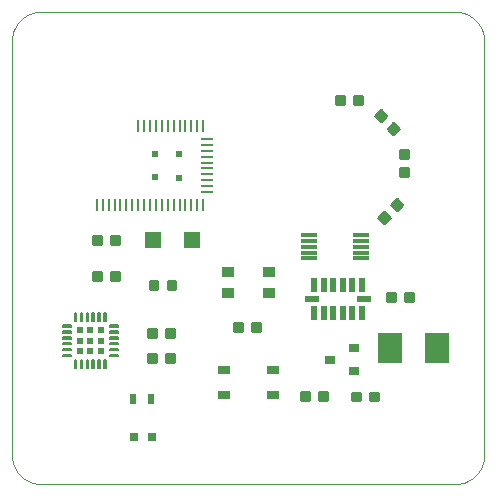
<source format=gtp>
G75*
%MOIN*%
%OFA0B0*%
%FSLAX25Y25*%
%IPPOS*%
%LPD*%
%AMOC8*
5,1,8,0,0,1.08239X$1,22.5*
%
%ADD10C,0.00000*%
%ADD11C,0.00875*%
%ADD12R,0.05500X0.05500*%
%ADD13R,0.03937X0.03346*%
%ADD14R,0.05709X0.01181*%
%ADD15C,0.02400*%
%ADD16R,0.01000X0.03937*%
%ADD17R,0.03937X0.01000*%
%ADD18R,0.02362X0.02362*%
%ADD19C,0.00551*%
%ADD20R,0.04134X0.02559*%
%ADD21R,0.03150X0.03150*%
%ADD22R,0.02362X0.03543*%
%ADD23R,0.07874X0.09843*%
%ADD24R,0.03543X0.03150*%
%ADD25R,0.01969X0.04724*%
%ADD26R,0.04724X0.01969*%
D10*
X0003000Y0011143D02*
X0003000Y0148938D01*
X0003003Y0149176D01*
X0003011Y0149414D01*
X0003026Y0149651D01*
X0003046Y0149888D01*
X0003072Y0150124D01*
X0003103Y0150360D01*
X0003140Y0150595D01*
X0003183Y0150829D01*
X0003232Y0151062D01*
X0003286Y0151294D01*
X0003346Y0151524D01*
X0003411Y0151753D01*
X0003482Y0151980D01*
X0003558Y0152205D01*
X0003640Y0152428D01*
X0003727Y0152650D01*
X0003819Y0152869D01*
X0003917Y0153086D01*
X0004019Y0153300D01*
X0004127Y0153512D01*
X0004241Y0153722D01*
X0004359Y0153928D01*
X0004482Y0154132D01*
X0004610Y0154332D01*
X0004742Y0154529D01*
X0004880Y0154724D01*
X0005022Y0154914D01*
X0005169Y0155102D01*
X0005320Y0155285D01*
X0005475Y0155465D01*
X0005635Y0155641D01*
X0005799Y0155813D01*
X0005968Y0155982D01*
X0006140Y0156146D01*
X0006316Y0156306D01*
X0006496Y0156461D01*
X0006679Y0156612D01*
X0006867Y0156759D01*
X0007057Y0156901D01*
X0007252Y0157039D01*
X0007449Y0157171D01*
X0007649Y0157299D01*
X0007853Y0157422D01*
X0008059Y0157540D01*
X0008269Y0157654D01*
X0008481Y0157762D01*
X0008695Y0157864D01*
X0008912Y0157962D01*
X0009131Y0158054D01*
X0009353Y0158141D01*
X0009576Y0158223D01*
X0009801Y0158299D01*
X0010028Y0158370D01*
X0010257Y0158435D01*
X0010487Y0158495D01*
X0010719Y0158549D01*
X0010952Y0158598D01*
X0011186Y0158641D01*
X0011421Y0158678D01*
X0011657Y0158709D01*
X0011893Y0158735D01*
X0012130Y0158755D01*
X0012367Y0158770D01*
X0012605Y0158778D01*
X0012843Y0158781D01*
X0012843Y0158780D02*
X0150638Y0158780D01*
X0150638Y0158781D02*
X0150876Y0158778D01*
X0151114Y0158770D01*
X0151351Y0158755D01*
X0151588Y0158735D01*
X0151824Y0158709D01*
X0152060Y0158678D01*
X0152295Y0158641D01*
X0152529Y0158598D01*
X0152762Y0158549D01*
X0152994Y0158495D01*
X0153224Y0158435D01*
X0153453Y0158370D01*
X0153680Y0158299D01*
X0153905Y0158223D01*
X0154128Y0158141D01*
X0154350Y0158054D01*
X0154569Y0157962D01*
X0154786Y0157864D01*
X0155000Y0157762D01*
X0155212Y0157654D01*
X0155422Y0157540D01*
X0155628Y0157422D01*
X0155832Y0157299D01*
X0156032Y0157171D01*
X0156229Y0157039D01*
X0156424Y0156901D01*
X0156614Y0156759D01*
X0156802Y0156612D01*
X0156985Y0156461D01*
X0157165Y0156306D01*
X0157341Y0156146D01*
X0157513Y0155982D01*
X0157682Y0155813D01*
X0157846Y0155641D01*
X0158006Y0155465D01*
X0158161Y0155285D01*
X0158312Y0155102D01*
X0158459Y0154914D01*
X0158601Y0154724D01*
X0158739Y0154529D01*
X0158871Y0154332D01*
X0158999Y0154132D01*
X0159122Y0153928D01*
X0159240Y0153722D01*
X0159354Y0153512D01*
X0159462Y0153300D01*
X0159564Y0153086D01*
X0159662Y0152869D01*
X0159754Y0152650D01*
X0159841Y0152428D01*
X0159923Y0152205D01*
X0159999Y0151980D01*
X0160070Y0151753D01*
X0160135Y0151524D01*
X0160195Y0151294D01*
X0160249Y0151062D01*
X0160298Y0150829D01*
X0160341Y0150595D01*
X0160378Y0150360D01*
X0160409Y0150124D01*
X0160435Y0149888D01*
X0160455Y0149651D01*
X0160470Y0149414D01*
X0160478Y0149176D01*
X0160481Y0148938D01*
X0160480Y0148938D02*
X0160480Y0011143D01*
X0160481Y0011143D02*
X0160478Y0010905D01*
X0160470Y0010667D01*
X0160455Y0010430D01*
X0160435Y0010193D01*
X0160409Y0009957D01*
X0160378Y0009721D01*
X0160341Y0009486D01*
X0160298Y0009252D01*
X0160249Y0009019D01*
X0160195Y0008787D01*
X0160135Y0008557D01*
X0160070Y0008328D01*
X0159999Y0008101D01*
X0159923Y0007876D01*
X0159841Y0007653D01*
X0159754Y0007431D01*
X0159662Y0007212D01*
X0159564Y0006995D01*
X0159462Y0006781D01*
X0159354Y0006569D01*
X0159240Y0006359D01*
X0159122Y0006153D01*
X0158999Y0005949D01*
X0158871Y0005749D01*
X0158739Y0005552D01*
X0158601Y0005357D01*
X0158459Y0005167D01*
X0158312Y0004979D01*
X0158161Y0004796D01*
X0158006Y0004616D01*
X0157846Y0004440D01*
X0157682Y0004268D01*
X0157513Y0004099D01*
X0157341Y0003935D01*
X0157165Y0003775D01*
X0156985Y0003620D01*
X0156802Y0003469D01*
X0156614Y0003322D01*
X0156424Y0003180D01*
X0156229Y0003042D01*
X0156032Y0002910D01*
X0155832Y0002782D01*
X0155628Y0002659D01*
X0155422Y0002541D01*
X0155212Y0002427D01*
X0155000Y0002319D01*
X0154786Y0002217D01*
X0154569Y0002119D01*
X0154350Y0002027D01*
X0154128Y0001940D01*
X0153905Y0001858D01*
X0153680Y0001782D01*
X0153453Y0001711D01*
X0153224Y0001646D01*
X0152994Y0001586D01*
X0152762Y0001532D01*
X0152529Y0001483D01*
X0152295Y0001440D01*
X0152060Y0001403D01*
X0151824Y0001372D01*
X0151588Y0001346D01*
X0151351Y0001326D01*
X0151114Y0001311D01*
X0150876Y0001303D01*
X0150638Y0001300D01*
X0012843Y0001300D01*
X0012605Y0001303D01*
X0012367Y0001311D01*
X0012130Y0001326D01*
X0011893Y0001346D01*
X0011657Y0001372D01*
X0011421Y0001403D01*
X0011186Y0001440D01*
X0010952Y0001483D01*
X0010719Y0001532D01*
X0010487Y0001586D01*
X0010257Y0001646D01*
X0010028Y0001711D01*
X0009801Y0001782D01*
X0009576Y0001858D01*
X0009353Y0001940D01*
X0009131Y0002027D01*
X0008912Y0002119D01*
X0008695Y0002217D01*
X0008481Y0002319D01*
X0008269Y0002427D01*
X0008059Y0002541D01*
X0007853Y0002659D01*
X0007649Y0002782D01*
X0007449Y0002910D01*
X0007252Y0003042D01*
X0007057Y0003180D01*
X0006867Y0003322D01*
X0006679Y0003469D01*
X0006496Y0003620D01*
X0006316Y0003775D01*
X0006140Y0003935D01*
X0005968Y0004099D01*
X0005799Y0004268D01*
X0005635Y0004440D01*
X0005475Y0004616D01*
X0005320Y0004796D01*
X0005169Y0004979D01*
X0005022Y0005167D01*
X0004880Y0005357D01*
X0004742Y0005552D01*
X0004610Y0005749D01*
X0004482Y0005949D01*
X0004359Y0006153D01*
X0004241Y0006359D01*
X0004127Y0006569D01*
X0004019Y0006781D01*
X0003917Y0006995D01*
X0003819Y0007212D01*
X0003727Y0007431D01*
X0003640Y0007653D01*
X0003558Y0007876D01*
X0003482Y0008101D01*
X0003411Y0008328D01*
X0003346Y0008557D01*
X0003286Y0008787D01*
X0003232Y0009019D01*
X0003183Y0009252D01*
X0003140Y0009486D01*
X0003103Y0009721D01*
X0003072Y0009957D01*
X0003046Y0010193D01*
X0003026Y0010430D01*
X0003011Y0010667D01*
X0003003Y0010905D01*
X0003000Y0011143D01*
D11*
X0048300Y0042113D02*
X0050926Y0042113D01*
X0048300Y0042113D02*
X0048300Y0044739D01*
X0050926Y0044739D01*
X0050926Y0042113D01*
X0050926Y0042987D02*
X0048300Y0042987D01*
X0048300Y0043861D02*
X0050926Y0043861D01*
X0050926Y0044735D02*
X0048300Y0044735D01*
X0048540Y0052967D02*
X0051166Y0052967D01*
X0051166Y0050341D01*
X0048540Y0050341D01*
X0048540Y0052967D01*
X0048540Y0051215D02*
X0051166Y0051215D01*
X0051166Y0052089D02*
X0048540Y0052089D01*
X0048540Y0052963D02*
X0051166Y0052963D01*
X0054540Y0052967D02*
X0057166Y0052967D01*
X0057166Y0050341D01*
X0054540Y0050341D01*
X0054540Y0052967D01*
X0054540Y0051215D02*
X0057166Y0051215D01*
X0057166Y0052089D02*
X0054540Y0052089D01*
X0054540Y0052963D02*
X0057166Y0052963D01*
X0056926Y0042113D02*
X0054300Y0042113D01*
X0054300Y0044739D01*
X0056926Y0044739D01*
X0056926Y0042113D01*
X0056926Y0042987D02*
X0054300Y0042987D01*
X0054300Y0043861D02*
X0056926Y0043861D01*
X0056926Y0044735D02*
X0054300Y0044735D01*
X0054923Y0066365D02*
X0057549Y0066365D01*
X0054923Y0066365D02*
X0054923Y0068991D01*
X0057549Y0068991D01*
X0057549Y0066365D01*
X0057549Y0067239D02*
X0054923Y0067239D01*
X0054923Y0068113D02*
X0057549Y0068113D01*
X0057549Y0068987D02*
X0054923Y0068987D01*
X0051549Y0066365D02*
X0048923Y0066365D01*
X0048923Y0068991D01*
X0051549Y0068991D01*
X0051549Y0066365D01*
X0051549Y0067239D02*
X0048923Y0067239D01*
X0048923Y0068113D02*
X0051549Y0068113D01*
X0051549Y0068987D02*
X0048923Y0068987D01*
X0038848Y0069436D02*
X0036222Y0069436D01*
X0036222Y0072062D01*
X0038848Y0072062D01*
X0038848Y0069436D01*
X0038848Y0070310D02*
X0036222Y0070310D01*
X0036222Y0071184D02*
X0038848Y0071184D01*
X0038848Y0072058D02*
X0036222Y0072058D01*
X0032848Y0069436D02*
X0030222Y0069436D01*
X0030222Y0072062D01*
X0032848Y0072062D01*
X0032848Y0069436D01*
X0032848Y0070310D02*
X0030222Y0070310D01*
X0030222Y0071184D02*
X0032848Y0071184D01*
X0032848Y0072058D02*
X0030222Y0072058D01*
X0029947Y0083952D02*
X0032573Y0083952D01*
X0032573Y0081326D01*
X0029947Y0081326D01*
X0029947Y0083952D01*
X0029947Y0082200D02*
X0032573Y0082200D01*
X0032573Y0083074D02*
X0029947Y0083074D01*
X0029947Y0083948D02*
X0032573Y0083948D01*
X0035947Y0083952D02*
X0038573Y0083952D01*
X0038573Y0081326D01*
X0035947Y0081326D01*
X0035947Y0083952D01*
X0035947Y0082200D02*
X0038573Y0082200D01*
X0038573Y0083074D02*
X0035947Y0083074D01*
X0035947Y0083948D02*
X0038573Y0083948D01*
X0077068Y0055029D02*
X0079694Y0055029D01*
X0079694Y0052403D01*
X0077068Y0052403D01*
X0077068Y0055029D01*
X0077068Y0053277D02*
X0079694Y0053277D01*
X0079694Y0054151D02*
X0077068Y0054151D01*
X0077068Y0055025D02*
X0079694Y0055025D01*
X0083068Y0055029D02*
X0085694Y0055029D01*
X0085694Y0052403D01*
X0083068Y0052403D01*
X0083068Y0055029D01*
X0083068Y0053277D02*
X0085694Y0053277D01*
X0085694Y0054151D02*
X0083068Y0054151D01*
X0083068Y0055025D02*
X0085694Y0055025D01*
X0099474Y0032062D02*
X0102100Y0032062D01*
X0102100Y0029436D01*
X0099474Y0029436D01*
X0099474Y0032062D01*
X0099474Y0030310D02*
X0102100Y0030310D01*
X0102100Y0031184D02*
X0099474Y0031184D01*
X0099474Y0032058D02*
X0102100Y0032058D01*
X0105474Y0032062D02*
X0108100Y0032062D01*
X0108100Y0029436D01*
X0105474Y0029436D01*
X0105474Y0032062D01*
X0105474Y0030310D02*
X0108100Y0030310D01*
X0108100Y0031184D02*
X0105474Y0031184D01*
X0105474Y0032058D02*
X0108100Y0032058D01*
X0116522Y0029200D02*
X0119148Y0029200D01*
X0116522Y0029200D02*
X0116522Y0031826D01*
X0119148Y0031826D01*
X0119148Y0029200D01*
X0119148Y0030074D02*
X0116522Y0030074D01*
X0116522Y0030948D02*
X0119148Y0030948D01*
X0119148Y0031822D02*
X0116522Y0031822D01*
X0122522Y0029200D02*
X0125148Y0029200D01*
X0122522Y0029200D02*
X0122522Y0031826D01*
X0125148Y0031826D01*
X0125148Y0029200D01*
X0125148Y0030074D02*
X0122522Y0030074D01*
X0122522Y0030948D02*
X0125148Y0030948D01*
X0125148Y0031822D02*
X0122522Y0031822D01*
X0127939Y0062310D02*
X0130565Y0062310D01*
X0127939Y0062310D02*
X0127939Y0064936D01*
X0130565Y0064936D01*
X0130565Y0062310D01*
X0130565Y0063184D02*
X0127939Y0063184D01*
X0127939Y0064058D02*
X0130565Y0064058D01*
X0130565Y0064932D02*
X0127939Y0064932D01*
X0133939Y0062310D02*
X0136565Y0062310D01*
X0133939Y0062310D02*
X0133939Y0064936D01*
X0136565Y0064936D01*
X0136565Y0062310D01*
X0136565Y0063184D02*
X0133939Y0063184D01*
X0133939Y0064058D02*
X0136565Y0064058D01*
X0136565Y0064932D02*
X0133939Y0064932D01*
X0125196Y0090181D02*
X0127052Y0092037D01*
X0128908Y0090181D01*
X0127052Y0088325D01*
X0125196Y0090181D01*
X0126178Y0089199D02*
X0127926Y0089199D01*
X0128800Y0090073D02*
X0125304Y0090073D01*
X0125962Y0090947D02*
X0128142Y0090947D01*
X0127268Y0091821D02*
X0126836Y0091821D01*
X0129439Y0094424D02*
X0131295Y0096280D01*
X0133151Y0094424D01*
X0131295Y0092568D01*
X0129439Y0094424D01*
X0130421Y0093442D02*
X0132169Y0093442D01*
X0133043Y0094316D02*
X0129547Y0094316D01*
X0130205Y0095190D02*
X0132385Y0095190D01*
X0131511Y0096064D02*
X0131079Y0096064D01*
X0132514Y0104192D02*
X0132514Y0106818D01*
X0135140Y0106818D01*
X0135140Y0104192D01*
X0132514Y0104192D01*
X0132514Y0105066D02*
X0135140Y0105066D01*
X0135140Y0105940D02*
X0132514Y0105940D01*
X0132514Y0106814D02*
X0135140Y0106814D01*
X0132514Y0110192D02*
X0132514Y0112818D01*
X0135140Y0112818D01*
X0135140Y0110192D01*
X0132514Y0110192D01*
X0132514Y0111066D02*
X0135140Y0111066D01*
X0135140Y0111940D02*
X0132514Y0111940D01*
X0132514Y0112814D02*
X0135140Y0112814D01*
X0130208Y0117951D02*
X0128352Y0119807D01*
X0130208Y0121663D01*
X0132064Y0119807D01*
X0130208Y0117951D01*
X0131082Y0118825D02*
X0129334Y0118825D01*
X0128460Y0119699D02*
X0131956Y0119699D01*
X0131298Y0120573D02*
X0129118Y0120573D01*
X0129992Y0121447D02*
X0130424Y0121447D01*
X0125965Y0122194D02*
X0124109Y0124050D01*
X0125965Y0125906D01*
X0127821Y0124050D01*
X0125965Y0122194D01*
X0126839Y0123068D02*
X0125091Y0123068D01*
X0124217Y0123942D02*
X0127713Y0123942D01*
X0127055Y0124816D02*
X0124875Y0124816D01*
X0125749Y0125690D02*
X0126181Y0125690D01*
X0119849Y0128002D02*
X0117223Y0128002D01*
X0117223Y0130628D01*
X0119849Y0130628D01*
X0119849Y0128002D01*
X0119849Y0128876D02*
X0117223Y0128876D01*
X0117223Y0129750D02*
X0119849Y0129750D01*
X0119849Y0130624D02*
X0117223Y0130624D01*
X0113849Y0128002D02*
X0111223Y0128002D01*
X0111223Y0130628D01*
X0113849Y0130628D01*
X0113849Y0128002D01*
X0113849Y0128876D02*
X0111223Y0128876D01*
X0111223Y0129750D02*
X0113849Y0129750D01*
X0113849Y0130624D02*
X0111223Y0130624D01*
D12*
X0063201Y0082678D03*
X0050201Y0082678D03*
D13*
X0075031Y0071915D03*
X0075031Y0065025D03*
X0088810Y0065025D03*
X0088810Y0071915D03*
D14*
X0102034Y0076556D03*
X0102034Y0078524D03*
X0102034Y0080493D03*
X0102034Y0082461D03*
X0102034Y0084430D03*
X0119357Y0084430D03*
X0119357Y0082461D03*
X0119357Y0080493D03*
X0119357Y0078524D03*
X0119357Y0076556D03*
D15*
X0058746Y0103509D03*
X0058846Y0111509D03*
X0050846Y0111409D03*
X0050846Y0103709D03*
D16*
X0051031Y0094509D03*
X0049063Y0094509D03*
X0047094Y0094509D03*
X0045126Y0094509D03*
X0043157Y0094509D03*
X0041189Y0094509D03*
X0039220Y0094509D03*
X0037252Y0094509D03*
X0035283Y0094509D03*
X0033315Y0094509D03*
X0031346Y0094509D03*
X0053000Y0094509D03*
X0054969Y0094509D03*
X0056937Y0094509D03*
X0058906Y0094509D03*
X0060874Y0094509D03*
X0062843Y0094509D03*
X0064811Y0094509D03*
X0066780Y0094509D03*
X0066780Y0120532D03*
X0064811Y0120532D03*
X0062843Y0120532D03*
X0060874Y0120532D03*
X0058906Y0120532D03*
X0056937Y0120532D03*
X0054969Y0120532D03*
X0053000Y0120532D03*
X0051031Y0120532D03*
X0049063Y0120532D03*
X0047094Y0120532D03*
X0045126Y0120532D03*
D17*
X0067921Y0116379D03*
X0067921Y0114410D03*
X0067921Y0112442D03*
X0067921Y0110473D03*
X0067921Y0108505D03*
X0067921Y0106536D03*
X0067921Y0104568D03*
X0067921Y0102599D03*
X0067921Y0100631D03*
X0067921Y0098662D03*
D18*
X0032702Y0052670D03*
X0032702Y0049127D03*
X0032702Y0045583D03*
X0029158Y0045583D03*
X0029158Y0049127D03*
X0029158Y0052670D03*
X0025615Y0052670D03*
X0025615Y0049127D03*
X0025615Y0045583D03*
D19*
X0022584Y0046450D02*
X0019984Y0046450D01*
X0022584Y0046450D02*
X0022584Y0045898D01*
X0019984Y0045898D01*
X0019984Y0046450D01*
X0019984Y0046448D02*
X0022584Y0046448D01*
X0022584Y0048419D02*
X0019984Y0048419D01*
X0022584Y0048419D02*
X0022584Y0047867D01*
X0019984Y0047867D01*
X0019984Y0048419D01*
X0019984Y0048417D02*
X0022584Y0048417D01*
X0022584Y0050387D02*
X0019984Y0050387D01*
X0022584Y0050387D02*
X0022584Y0049835D01*
X0019984Y0049835D01*
X0019984Y0050387D01*
X0019984Y0050385D02*
X0022584Y0050385D01*
X0022584Y0052356D02*
X0019984Y0052356D01*
X0022584Y0052356D02*
X0022584Y0051804D01*
X0019984Y0051804D01*
X0019984Y0052356D01*
X0019984Y0052354D02*
X0022584Y0052354D01*
X0022584Y0054324D02*
X0019984Y0054324D01*
X0022584Y0054324D02*
X0022584Y0053772D01*
X0019984Y0053772D01*
X0019984Y0054324D01*
X0019984Y0054322D02*
X0022584Y0054322D01*
X0023961Y0055701D02*
X0023961Y0058301D01*
X0024513Y0058301D01*
X0024513Y0055701D01*
X0023961Y0055701D01*
X0023961Y0056251D02*
X0024513Y0056251D01*
X0024513Y0056801D02*
X0023961Y0056801D01*
X0023961Y0057351D02*
X0024513Y0057351D01*
X0024513Y0057901D02*
X0023961Y0057901D01*
X0025930Y0058301D02*
X0025930Y0055701D01*
X0025930Y0058301D02*
X0026482Y0058301D01*
X0026482Y0055701D01*
X0025930Y0055701D01*
X0025930Y0056251D02*
X0026482Y0056251D01*
X0026482Y0056801D02*
X0025930Y0056801D01*
X0025930Y0057351D02*
X0026482Y0057351D01*
X0026482Y0057901D02*
X0025930Y0057901D01*
X0027898Y0058301D02*
X0027898Y0055701D01*
X0027898Y0058301D02*
X0028450Y0058301D01*
X0028450Y0055701D01*
X0027898Y0055701D01*
X0027898Y0056251D02*
X0028450Y0056251D01*
X0028450Y0056801D02*
X0027898Y0056801D01*
X0027898Y0057351D02*
X0028450Y0057351D01*
X0028450Y0057901D02*
X0027898Y0057901D01*
X0029867Y0058301D02*
X0029867Y0055701D01*
X0029867Y0058301D02*
X0030419Y0058301D01*
X0030419Y0055701D01*
X0029867Y0055701D01*
X0029867Y0056251D02*
X0030419Y0056251D01*
X0030419Y0056801D02*
X0029867Y0056801D01*
X0029867Y0057351D02*
X0030419Y0057351D01*
X0030419Y0057901D02*
X0029867Y0057901D01*
X0031835Y0058301D02*
X0031835Y0055701D01*
X0031835Y0058301D02*
X0032387Y0058301D01*
X0032387Y0055701D01*
X0031835Y0055701D01*
X0031835Y0056251D02*
X0032387Y0056251D01*
X0032387Y0056801D02*
X0031835Y0056801D01*
X0031835Y0057351D02*
X0032387Y0057351D01*
X0032387Y0057901D02*
X0031835Y0057901D01*
X0033804Y0058301D02*
X0033804Y0055701D01*
X0033804Y0058301D02*
X0034356Y0058301D01*
X0034356Y0055701D01*
X0033804Y0055701D01*
X0033804Y0056251D02*
X0034356Y0056251D01*
X0034356Y0056801D02*
X0033804Y0056801D01*
X0033804Y0057351D02*
X0034356Y0057351D01*
X0034356Y0057901D02*
X0033804Y0057901D01*
X0035732Y0053772D02*
X0038332Y0053772D01*
X0035732Y0053772D02*
X0035732Y0054324D01*
X0038332Y0054324D01*
X0038332Y0053772D01*
X0038332Y0054322D02*
X0035732Y0054322D01*
X0035732Y0051804D02*
X0038332Y0051804D01*
X0035732Y0051804D02*
X0035732Y0052356D01*
X0038332Y0052356D01*
X0038332Y0051804D01*
X0038332Y0052354D02*
X0035732Y0052354D01*
X0035732Y0049835D02*
X0038332Y0049835D01*
X0035732Y0049835D02*
X0035732Y0050387D01*
X0038332Y0050387D01*
X0038332Y0049835D01*
X0038332Y0050385D02*
X0035732Y0050385D01*
X0035732Y0047867D02*
X0038332Y0047867D01*
X0035732Y0047867D02*
X0035732Y0048419D01*
X0038332Y0048419D01*
X0038332Y0047867D01*
X0038332Y0048417D02*
X0035732Y0048417D01*
X0035732Y0045898D02*
X0038332Y0045898D01*
X0035732Y0045898D02*
X0035732Y0046450D01*
X0038332Y0046450D01*
X0038332Y0045898D01*
X0038332Y0046448D02*
X0035732Y0046448D01*
X0035732Y0043930D02*
X0038332Y0043930D01*
X0035732Y0043930D02*
X0035732Y0044482D01*
X0038332Y0044482D01*
X0038332Y0043930D01*
X0038332Y0044480D02*
X0035732Y0044480D01*
X0034356Y0042553D02*
X0034356Y0039953D01*
X0033804Y0039953D01*
X0033804Y0042553D01*
X0034356Y0042553D01*
X0034356Y0040503D02*
X0033804Y0040503D01*
X0033804Y0041053D02*
X0034356Y0041053D01*
X0034356Y0041603D02*
X0033804Y0041603D01*
X0033804Y0042153D02*
X0034356Y0042153D01*
X0032387Y0042553D02*
X0032387Y0039953D01*
X0031835Y0039953D01*
X0031835Y0042553D01*
X0032387Y0042553D01*
X0032387Y0040503D02*
X0031835Y0040503D01*
X0031835Y0041053D02*
X0032387Y0041053D01*
X0032387Y0041603D02*
X0031835Y0041603D01*
X0031835Y0042153D02*
X0032387Y0042153D01*
X0030419Y0042553D02*
X0030419Y0039953D01*
X0029867Y0039953D01*
X0029867Y0042553D01*
X0030419Y0042553D01*
X0030419Y0040503D02*
X0029867Y0040503D01*
X0029867Y0041053D02*
X0030419Y0041053D01*
X0030419Y0041603D02*
X0029867Y0041603D01*
X0029867Y0042153D02*
X0030419Y0042153D01*
X0028450Y0042553D02*
X0028450Y0039953D01*
X0027898Y0039953D01*
X0027898Y0042553D01*
X0028450Y0042553D01*
X0028450Y0040503D02*
X0027898Y0040503D01*
X0027898Y0041053D02*
X0028450Y0041053D01*
X0028450Y0041603D02*
X0027898Y0041603D01*
X0027898Y0042153D02*
X0028450Y0042153D01*
X0026482Y0042553D02*
X0026482Y0039953D01*
X0025930Y0039953D01*
X0025930Y0042553D01*
X0026482Y0042553D01*
X0026482Y0040503D02*
X0025930Y0040503D01*
X0025930Y0041053D02*
X0026482Y0041053D01*
X0026482Y0041603D02*
X0025930Y0041603D01*
X0025930Y0042153D02*
X0026482Y0042153D01*
X0024513Y0042553D02*
X0024513Y0039953D01*
X0023961Y0039953D01*
X0023961Y0042553D01*
X0024513Y0042553D01*
X0024513Y0040503D02*
X0023961Y0040503D01*
X0023961Y0041053D02*
X0024513Y0041053D01*
X0024513Y0041603D02*
X0023961Y0041603D01*
X0023961Y0042153D02*
X0024513Y0042153D01*
X0022584Y0044482D02*
X0019984Y0044482D01*
X0022584Y0044482D02*
X0022584Y0043930D01*
X0019984Y0043930D01*
X0019984Y0044482D01*
X0019984Y0044480D02*
X0022584Y0044480D01*
D20*
X0073571Y0039391D03*
X0073571Y0030926D03*
X0089909Y0030926D03*
X0089909Y0039391D03*
D21*
X0049654Y0017048D03*
X0043748Y0017048D03*
D22*
X0043354Y0029646D03*
X0049260Y0029646D03*
D23*
X0129114Y0046820D03*
X0144862Y0046820D03*
D24*
X0117094Y0046536D03*
X0117094Y0039056D03*
X0109220Y0042796D03*
D25*
X0110173Y0058410D03*
X0107024Y0058410D03*
X0103874Y0058410D03*
X0103874Y0067859D03*
X0107024Y0067859D03*
X0110173Y0067859D03*
X0113323Y0067859D03*
X0116472Y0067859D03*
X0119622Y0067859D03*
X0119622Y0058410D03*
X0116472Y0058410D03*
X0113323Y0058410D03*
D26*
X0120409Y0063135D03*
X0103087Y0063135D03*
M02*

</source>
